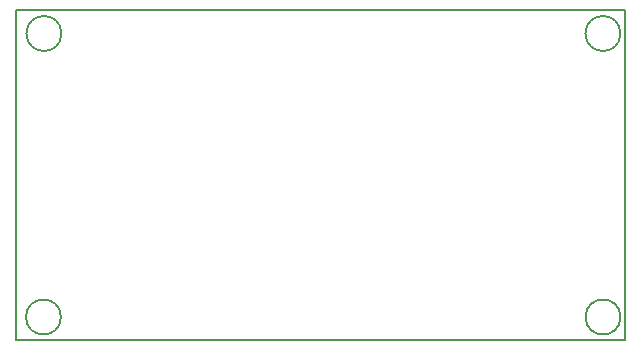
<source format=gm1>
%TF.GenerationSoftware,KiCad,Pcbnew,(5.0.2)-1*%
%TF.CreationDate,2019-07-05T20:57:08+02:00*%
%TF.ProjectId,PSAVanCanBridge_v11,56616e43-616e-4457-9370-33322e6b6963,rev?*%
%TF.SameCoordinates,Original*%
%TF.FileFunction,Profile,NP*%
%FSLAX46Y46*%
G04 Gerber Fmt 4.6, Leading zero omitted, Abs format (unit mm)*
G04 Created by KiCad (PCBNEW (5.0.2)-1) date 05/07/2019 20:57:08*
%MOMM*%
%LPD*%
G01*
G04 APERTURE LIST*
%ADD10C,0.200000*%
G04 APERTURE END LIST*
D10*
X98382062Y-35814000D02*
G75*
G03X98382062Y-35814000I-1481062J0D01*
G01*
X98382062Y-59817000D02*
G75*
G03X98382062Y-59817000I-1481062J0D01*
G01*
X51054001Y-35814000D02*
G75*
G03X51054001Y-35814000I-1481062J0D01*
G01*
X51011062Y-59817000D02*
G75*
G03X51011062Y-59817000I-1481062J0D01*
G01*
X98806000Y-33782000D02*
X98806000Y-61722000D01*
X47244000Y-61722000D02*
X47244000Y-33782000D01*
X98806000Y-61722000D02*
X47244000Y-61722000D01*
X47244000Y-33782000D02*
X98806000Y-33782000D01*
M02*

</source>
